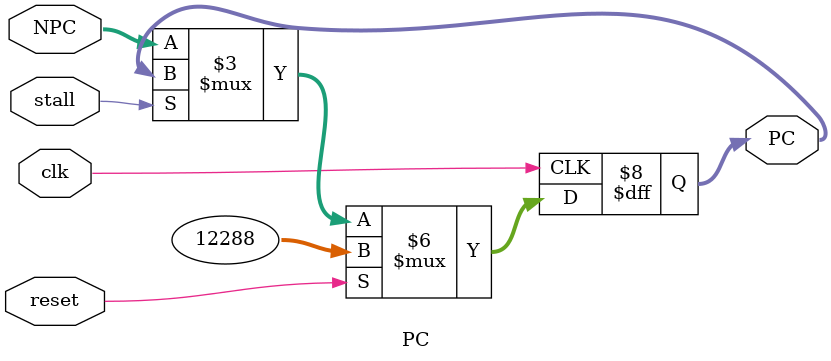
<source format=v>
`timescale 1ns / 1ps
module PC(
    input clk,
    input reset,
	 input stall,
    input [31:0] NPC,
    output reg [31:0] PC
    );
	 
	 always @(posedge clk) begin
		if(reset)
			PC<=32'h00003000;
		else if(!stall)
			PC<=NPC;
	 end
	 
	 
endmodule

</source>
